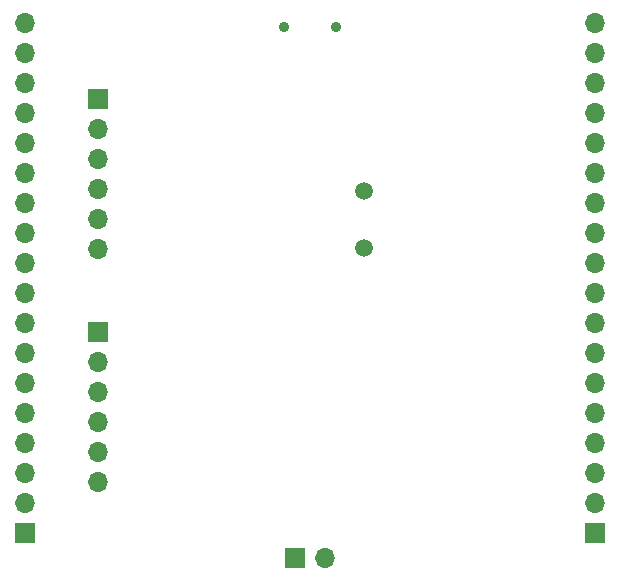
<source format=gbr>
%TF.GenerationSoftware,KiCad,Pcbnew,7.0.9*%
%TF.CreationDate,2024-03-24T12:36:59+01:00*%
%TF.ProjectId,PowerPiNano,506f7765-7250-4694-9e61-6e6f2e6b6963,rev?*%
%TF.SameCoordinates,Original*%
%TF.FileFunction,Soldermask,Bot*%
%TF.FilePolarity,Negative*%
%FSLAX46Y46*%
G04 Gerber Fmt 4.6, Leading zero omitted, Abs format (unit mm)*
G04 Created by KiCad (PCBNEW 7.0.9) date 2024-03-24 12:36:59*
%MOMM*%
%LPD*%
G01*
G04 APERTURE LIST*
%ADD10C,0.900000*%
%ADD11R,1.700000X1.700000*%
%ADD12O,1.700000X1.700000*%
%ADD13C,1.500000*%
G04 APERTURE END LIST*
D10*
%TO.C,J2*%
X150740000Y-85170000D03*
X146340000Y-85170000D03*
%TD*%
D11*
%TO.C,J3*%
X130624956Y-91245056D03*
D12*
X130624956Y-93785056D03*
X130624956Y-96325056D03*
X130624956Y-98865056D03*
X130624956Y-101405056D03*
X130624956Y-103945056D03*
%TD*%
D13*
%TO.C,Y1*%
X153120629Y-99000000D03*
X153120629Y-103880000D03*
%TD*%
D11*
%TO.C,J6*%
X130620629Y-110947500D03*
D12*
X130620629Y-113487500D03*
X130620629Y-116027500D03*
X130620629Y-118567500D03*
X130620629Y-121107500D03*
X130620629Y-123647500D03*
%TD*%
D11*
%TO.C,J1*%
X147276371Y-130100000D03*
D12*
X149816371Y-130100000D03*
%TD*%
D11*
%TO.C,J4*%
X172671371Y-128000000D03*
D12*
X172671371Y-125460000D03*
X172671371Y-122920000D03*
X172671371Y-120380000D03*
X172671371Y-117840000D03*
X172671371Y-115300000D03*
X172671371Y-112760000D03*
X172671371Y-110220000D03*
X172671371Y-107680000D03*
X172671371Y-105140000D03*
X172671371Y-102600000D03*
X172671371Y-100060000D03*
X172671371Y-97520000D03*
X172671371Y-94980000D03*
X172671371Y-92440000D03*
X172671371Y-89900000D03*
X172671371Y-87360000D03*
X172671371Y-84820000D03*
%TD*%
D11*
%TO.C,J5*%
X124411371Y-128000000D03*
D12*
X124411371Y-125460000D03*
X124411371Y-122920000D03*
X124411371Y-120380000D03*
X124411371Y-117840000D03*
X124411371Y-115300000D03*
X124411371Y-112760000D03*
X124411371Y-110220000D03*
X124411371Y-107680000D03*
X124411371Y-105140000D03*
X124411371Y-102600000D03*
X124411371Y-100060000D03*
X124411371Y-97520000D03*
X124411371Y-94980000D03*
X124411371Y-92440000D03*
X124411371Y-89900000D03*
X124411371Y-87360000D03*
X124411371Y-84820000D03*
%TD*%
M02*

</source>
